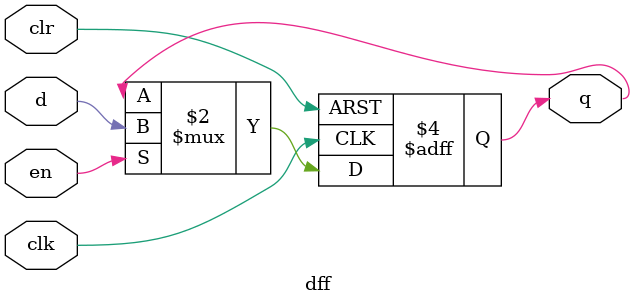
<source format=v>
`timescale 1ns / 1ps

module dff (
	input wire clk,
    input wire clr,
    input wire en,
	input wire d,
	output reg q
);

always @ (posedge clk or posedge clr) begin
    if(clr)
        q <= 0;
    else if(en)
	    q <= d;
end




endmodule
</source>
